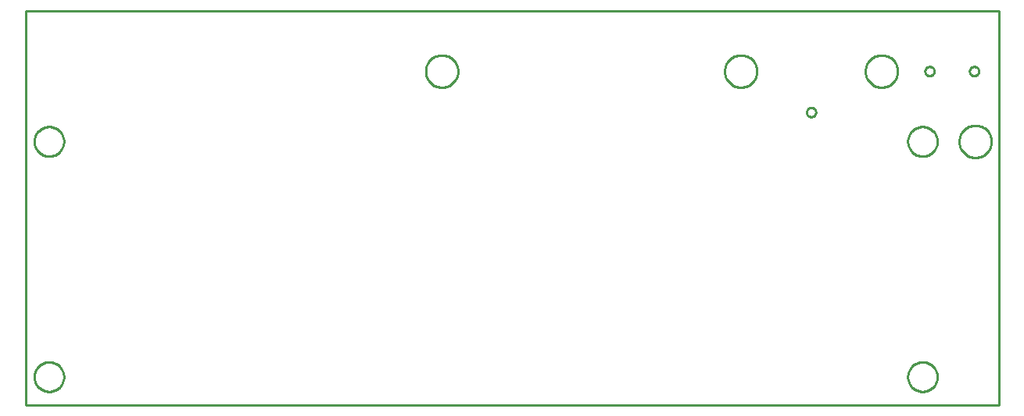
<source format=gko>
G04 EAGLE Gerber RS-274X export*
G75*
%MOMM*%
%FSLAX34Y34*%
%LPD*%
%INBoard Outline*%
%IPPOS*%
%AMOC8*
5,1,8,0,0,1.08239X$1,22.5*%
G01*
%ADD10C,0.000000*%
%ADD11C,0.254000*%


D10*
X0Y0D02*
X1054100Y0D01*
X1054100Y427230D01*
X0Y427230D01*
X0Y0D01*
X845900Y317500D02*
X845902Y317641D01*
X845908Y317782D01*
X845918Y317922D01*
X845932Y318062D01*
X845950Y318202D01*
X845971Y318341D01*
X845997Y318480D01*
X846026Y318618D01*
X846060Y318754D01*
X846097Y318890D01*
X846138Y319025D01*
X846183Y319159D01*
X846232Y319291D01*
X846284Y319422D01*
X846340Y319551D01*
X846400Y319678D01*
X846463Y319804D01*
X846529Y319928D01*
X846600Y320051D01*
X846673Y320171D01*
X846750Y320289D01*
X846830Y320405D01*
X846914Y320518D01*
X847000Y320629D01*
X847090Y320738D01*
X847183Y320844D01*
X847278Y320947D01*
X847377Y321048D01*
X847478Y321146D01*
X847582Y321241D01*
X847689Y321333D01*
X847798Y321422D01*
X847910Y321507D01*
X848024Y321590D01*
X848140Y321670D01*
X848259Y321746D01*
X848380Y321818D01*
X848502Y321888D01*
X848627Y321953D01*
X848753Y322016D01*
X848881Y322074D01*
X849011Y322129D01*
X849142Y322181D01*
X849275Y322228D01*
X849409Y322272D01*
X849544Y322313D01*
X849680Y322349D01*
X849817Y322381D01*
X849955Y322410D01*
X850093Y322435D01*
X850233Y322455D01*
X850373Y322472D01*
X850513Y322485D01*
X850654Y322494D01*
X850794Y322499D01*
X850935Y322500D01*
X851076Y322497D01*
X851217Y322490D01*
X851357Y322479D01*
X851497Y322464D01*
X851637Y322445D01*
X851776Y322423D01*
X851914Y322396D01*
X852052Y322366D01*
X852188Y322331D01*
X852324Y322293D01*
X852458Y322251D01*
X852592Y322205D01*
X852724Y322156D01*
X852854Y322102D01*
X852983Y322045D01*
X853110Y321985D01*
X853236Y321921D01*
X853359Y321853D01*
X853481Y321782D01*
X853601Y321708D01*
X853718Y321630D01*
X853833Y321549D01*
X853946Y321465D01*
X854057Y321378D01*
X854165Y321287D01*
X854270Y321194D01*
X854373Y321097D01*
X854473Y320998D01*
X854570Y320896D01*
X854664Y320791D01*
X854755Y320684D01*
X854843Y320574D01*
X854928Y320462D01*
X855010Y320347D01*
X855089Y320230D01*
X855164Y320111D01*
X855236Y319990D01*
X855304Y319867D01*
X855369Y319742D01*
X855431Y319615D01*
X855488Y319486D01*
X855543Y319356D01*
X855593Y319225D01*
X855640Y319092D01*
X855683Y318958D01*
X855722Y318822D01*
X855757Y318686D01*
X855789Y318549D01*
X855816Y318411D01*
X855840Y318272D01*
X855860Y318132D01*
X855876Y317992D01*
X855888Y317852D01*
X855896Y317711D01*
X855900Y317570D01*
X855900Y317430D01*
X855896Y317289D01*
X855888Y317148D01*
X855876Y317008D01*
X855860Y316868D01*
X855840Y316728D01*
X855816Y316589D01*
X855789Y316451D01*
X855757Y316314D01*
X855722Y316178D01*
X855683Y316042D01*
X855640Y315908D01*
X855593Y315775D01*
X855543Y315644D01*
X855488Y315514D01*
X855431Y315385D01*
X855369Y315258D01*
X855304Y315133D01*
X855236Y315010D01*
X855164Y314889D01*
X855089Y314770D01*
X855010Y314653D01*
X854928Y314538D01*
X854843Y314426D01*
X854755Y314316D01*
X854664Y314209D01*
X854570Y314104D01*
X854473Y314002D01*
X854373Y313903D01*
X854270Y313806D01*
X854165Y313713D01*
X854057Y313622D01*
X853946Y313535D01*
X853833Y313451D01*
X853718Y313370D01*
X853601Y313292D01*
X853481Y313218D01*
X853359Y313147D01*
X853236Y313079D01*
X853110Y313015D01*
X852983Y312955D01*
X852854Y312898D01*
X852724Y312844D01*
X852592Y312795D01*
X852458Y312749D01*
X852324Y312707D01*
X852188Y312669D01*
X852052Y312634D01*
X851914Y312604D01*
X851776Y312577D01*
X851637Y312555D01*
X851497Y312536D01*
X851357Y312521D01*
X851217Y312510D01*
X851076Y312503D01*
X850935Y312500D01*
X850794Y312501D01*
X850654Y312506D01*
X850513Y312515D01*
X850373Y312528D01*
X850233Y312545D01*
X850093Y312565D01*
X849955Y312590D01*
X849817Y312619D01*
X849680Y312651D01*
X849544Y312687D01*
X849409Y312728D01*
X849275Y312772D01*
X849142Y312819D01*
X849011Y312871D01*
X848881Y312926D01*
X848753Y312984D01*
X848627Y313047D01*
X848502Y313112D01*
X848380Y313182D01*
X848259Y313254D01*
X848140Y313330D01*
X848024Y313410D01*
X847910Y313493D01*
X847798Y313578D01*
X847689Y313667D01*
X847582Y313759D01*
X847478Y313854D01*
X847377Y313952D01*
X847278Y314053D01*
X847183Y314156D01*
X847090Y314262D01*
X847000Y314371D01*
X846914Y314482D01*
X846830Y314595D01*
X846750Y314711D01*
X846673Y314829D01*
X846600Y314949D01*
X846529Y315072D01*
X846463Y315196D01*
X846400Y315322D01*
X846340Y315449D01*
X846284Y315578D01*
X846232Y315709D01*
X846183Y315841D01*
X846138Y315975D01*
X846097Y316110D01*
X846060Y316246D01*
X846026Y316382D01*
X845997Y316520D01*
X845971Y316659D01*
X845950Y316798D01*
X845932Y316938D01*
X845918Y317078D01*
X845908Y317218D01*
X845902Y317359D01*
X845900Y317500D01*
X757200Y361950D02*
X757205Y362379D01*
X757221Y362809D01*
X757247Y363237D01*
X757284Y363665D01*
X757332Y364092D01*
X757389Y364518D01*
X757458Y364942D01*
X757536Y365364D01*
X757625Y365784D01*
X757724Y366202D01*
X757834Y366617D01*
X757954Y367030D01*
X758083Y367439D01*
X758223Y367846D01*
X758373Y368248D01*
X758532Y368647D01*
X758701Y369042D01*
X758880Y369432D01*
X759069Y369818D01*
X759266Y370199D01*
X759473Y370576D01*
X759690Y370947D01*
X759915Y371312D01*
X760149Y371672D01*
X760392Y372027D01*
X760644Y372375D01*
X760904Y372717D01*
X761172Y373052D01*
X761449Y373381D01*
X761733Y373702D01*
X762026Y374017D01*
X762326Y374324D01*
X762633Y374624D01*
X762948Y374917D01*
X763269Y375201D01*
X763598Y375478D01*
X763933Y375746D01*
X764275Y376006D01*
X764623Y376258D01*
X764978Y376501D01*
X765338Y376735D01*
X765703Y376960D01*
X766074Y377177D01*
X766451Y377384D01*
X766832Y377581D01*
X767218Y377770D01*
X767608Y377949D01*
X768003Y378118D01*
X768402Y378277D01*
X768804Y378427D01*
X769211Y378567D01*
X769620Y378696D01*
X770033Y378816D01*
X770448Y378926D01*
X770866Y379025D01*
X771286Y379114D01*
X771708Y379192D01*
X772132Y379261D01*
X772558Y379318D01*
X772985Y379366D01*
X773413Y379403D01*
X773841Y379429D01*
X774271Y379445D01*
X774700Y379450D01*
X775129Y379445D01*
X775559Y379429D01*
X775987Y379403D01*
X776415Y379366D01*
X776842Y379318D01*
X777268Y379261D01*
X777692Y379192D01*
X778114Y379114D01*
X778534Y379025D01*
X778952Y378926D01*
X779367Y378816D01*
X779780Y378696D01*
X780189Y378567D01*
X780596Y378427D01*
X780998Y378277D01*
X781397Y378118D01*
X781792Y377949D01*
X782182Y377770D01*
X782568Y377581D01*
X782949Y377384D01*
X783326Y377177D01*
X783697Y376960D01*
X784062Y376735D01*
X784422Y376501D01*
X784777Y376258D01*
X785125Y376006D01*
X785467Y375746D01*
X785802Y375478D01*
X786131Y375201D01*
X786452Y374917D01*
X786767Y374624D01*
X787074Y374324D01*
X787374Y374017D01*
X787667Y373702D01*
X787951Y373381D01*
X788228Y373052D01*
X788496Y372717D01*
X788756Y372375D01*
X789008Y372027D01*
X789251Y371672D01*
X789485Y371312D01*
X789710Y370947D01*
X789927Y370576D01*
X790134Y370199D01*
X790331Y369818D01*
X790520Y369432D01*
X790699Y369042D01*
X790868Y368647D01*
X791027Y368248D01*
X791177Y367846D01*
X791317Y367439D01*
X791446Y367030D01*
X791566Y366617D01*
X791676Y366202D01*
X791775Y365784D01*
X791864Y365364D01*
X791942Y364942D01*
X792011Y364518D01*
X792068Y364092D01*
X792116Y363665D01*
X792153Y363237D01*
X792179Y362809D01*
X792195Y362379D01*
X792200Y361950D01*
X792195Y361521D01*
X792179Y361091D01*
X792153Y360663D01*
X792116Y360235D01*
X792068Y359808D01*
X792011Y359382D01*
X791942Y358958D01*
X791864Y358536D01*
X791775Y358116D01*
X791676Y357698D01*
X791566Y357283D01*
X791446Y356870D01*
X791317Y356461D01*
X791177Y356054D01*
X791027Y355652D01*
X790868Y355253D01*
X790699Y354858D01*
X790520Y354468D01*
X790331Y354082D01*
X790134Y353701D01*
X789927Y353324D01*
X789710Y352953D01*
X789485Y352588D01*
X789251Y352228D01*
X789008Y351873D01*
X788756Y351525D01*
X788496Y351183D01*
X788228Y350848D01*
X787951Y350519D01*
X787667Y350198D01*
X787374Y349883D01*
X787074Y349576D01*
X786767Y349276D01*
X786452Y348983D01*
X786131Y348699D01*
X785802Y348422D01*
X785467Y348154D01*
X785125Y347894D01*
X784777Y347642D01*
X784422Y347399D01*
X784062Y347165D01*
X783697Y346940D01*
X783326Y346723D01*
X782949Y346516D01*
X782568Y346319D01*
X782182Y346130D01*
X781792Y345951D01*
X781397Y345782D01*
X780998Y345623D01*
X780596Y345473D01*
X780189Y345333D01*
X779780Y345204D01*
X779367Y345084D01*
X778952Y344974D01*
X778534Y344875D01*
X778114Y344786D01*
X777692Y344708D01*
X777268Y344639D01*
X776842Y344582D01*
X776415Y344534D01*
X775987Y344497D01*
X775559Y344471D01*
X775129Y344455D01*
X774700Y344450D01*
X774271Y344455D01*
X773841Y344471D01*
X773413Y344497D01*
X772985Y344534D01*
X772558Y344582D01*
X772132Y344639D01*
X771708Y344708D01*
X771286Y344786D01*
X770866Y344875D01*
X770448Y344974D01*
X770033Y345084D01*
X769620Y345204D01*
X769211Y345333D01*
X768804Y345473D01*
X768402Y345623D01*
X768003Y345782D01*
X767608Y345951D01*
X767218Y346130D01*
X766832Y346319D01*
X766451Y346516D01*
X766074Y346723D01*
X765703Y346940D01*
X765338Y347165D01*
X764978Y347399D01*
X764623Y347642D01*
X764275Y347894D01*
X763933Y348154D01*
X763598Y348422D01*
X763269Y348699D01*
X762948Y348983D01*
X762633Y349276D01*
X762326Y349576D01*
X762026Y349883D01*
X761733Y350198D01*
X761449Y350519D01*
X761172Y350848D01*
X760904Y351183D01*
X760644Y351525D01*
X760392Y351873D01*
X760149Y352228D01*
X759915Y352588D01*
X759690Y352953D01*
X759473Y353324D01*
X759266Y353701D01*
X759069Y354082D01*
X758880Y354468D01*
X758701Y354858D01*
X758532Y355253D01*
X758373Y355652D01*
X758223Y356054D01*
X758083Y356461D01*
X757954Y356870D01*
X757834Y357283D01*
X757724Y357698D01*
X757625Y358116D01*
X757536Y358536D01*
X757458Y358958D01*
X757389Y359382D01*
X757332Y359808D01*
X757284Y360235D01*
X757247Y360663D01*
X757221Y361091D01*
X757205Y361521D01*
X757200Y361950D01*
X909600Y361950D02*
X909605Y362379D01*
X909621Y362809D01*
X909647Y363237D01*
X909684Y363665D01*
X909732Y364092D01*
X909789Y364518D01*
X909858Y364942D01*
X909936Y365364D01*
X910025Y365784D01*
X910124Y366202D01*
X910234Y366617D01*
X910354Y367030D01*
X910483Y367439D01*
X910623Y367846D01*
X910773Y368248D01*
X910932Y368647D01*
X911101Y369042D01*
X911280Y369432D01*
X911469Y369818D01*
X911666Y370199D01*
X911873Y370576D01*
X912090Y370947D01*
X912315Y371312D01*
X912549Y371672D01*
X912792Y372027D01*
X913044Y372375D01*
X913304Y372717D01*
X913572Y373052D01*
X913849Y373381D01*
X914133Y373702D01*
X914426Y374017D01*
X914726Y374324D01*
X915033Y374624D01*
X915348Y374917D01*
X915669Y375201D01*
X915998Y375478D01*
X916333Y375746D01*
X916675Y376006D01*
X917023Y376258D01*
X917378Y376501D01*
X917738Y376735D01*
X918103Y376960D01*
X918474Y377177D01*
X918851Y377384D01*
X919232Y377581D01*
X919618Y377770D01*
X920008Y377949D01*
X920403Y378118D01*
X920802Y378277D01*
X921204Y378427D01*
X921611Y378567D01*
X922020Y378696D01*
X922433Y378816D01*
X922848Y378926D01*
X923266Y379025D01*
X923686Y379114D01*
X924108Y379192D01*
X924532Y379261D01*
X924958Y379318D01*
X925385Y379366D01*
X925813Y379403D01*
X926241Y379429D01*
X926671Y379445D01*
X927100Y379450D01*
X927529Y379445D01*
X927959Y379429D01*
X928387Y379403D01*
X928815Y379366D01*
X929242Y379318D01*
X929668Y379261D01*
X930092Y379192D01*
X930514Y379114D01*
X930934Y379025D01*
X931352Y378926D01*
X931767Y378816D01*
X932180Y378696D01*
X932589Y378567D01*
X932996Y378427D01*
X933398Y378277D01*
X933797Y378118D01*
X934192Y377949D01*
X934582Y377770D01*
X934968Y377581D01*
X935349Y377384D01*
X935726Y377177D01*
X936097Y376960D01*
X936462Y376735D01*
X936822Y376501D01*
X937177Y376258D01*
X937525Y376006D01*
X937867Y375746D01*
X938202Y375478D01*
X938531Y375201D01*
X938852Y374917D01*
X939167Y374624D01*
X939474Y374324D01*
X939774Y374017D01*
X940067Y373702D01*
X940351Y373381D01*
X940628Y373052D01*
X940896Y372717D01*
X941156Y372375D01*
X941408Y372027D01*
X941651Y371672D01*
X941885Y371312D01*
X942110Y370947D01*
X942327Y370576D01*
X942534Y370199D01*
X942731Y369818D01*
X942920Y369432D01*
X943099Y369042D01*
X943268Y368647D01*
X943427Y368248D01*
X943577Y367846D01*
X943717Y367439D01*
X943846Y367030D01*
X943966Y366617D01*
X944076Y366202D01*
X944175Y365784D01*
X944264Y365364D01*
X944342Y364942D01*
X944411Y364518D01*
X944468Y364092D01*
X944516Y363665D01*
X944553Y363237D01*
X944579Y362809D01*
X944595Y362379D01*
X944600Y361950D01*
X944595Y361521D01*
X944579Y361091D01*
X944553Y360663D01*
X944516Y360235D01*
X944468Y359808D01*
X944411Y359382D01*
X944342Y358958D01*
X944264Y358536D01*
X944175Y358116D01*
X944076Y357698D01*
X943966Y357283D01*
X943846Y356870D01*
X943717Y356461D01*
X943577Y356054D01*
X943427Y355652D01*
X943268Y355253D01*
X943099Y354858D01*
X942920Y354468D01*
X942731Y354082D01*
X942534Y353701D01*
X942327Y353324D01*
X942110Y352953D01*
X941885Y352588D01*
X941651Y352228D01*
X941408Y351873D01*
X941156Y351525D01*
X940896Y351183D01*
X940628Y350848D01*
X940351Y350519D01*
X940067Y350198D01*
X939774Y349883D01*
X939474Y349576D01*
X939167Y349276D01*
X938852Y348983D01*
X938531Y348699D01*
X938202Y348422D01*
X937867Y348154D01*
X937525Y347894D01*
X937177Y347642D01*
X936822Y347399D01*
X936462Y347165D01*
X936097Y346940D01*
X935726Y346723D01*
X935349Y346516D01*
X934968Y346319D01*
X934582Y346130D01*
X934192Y345951D01*
X933797Y345782D01*
X933398Y345623D01*
X932996Y345473D01*
X932589Y345333D01*
X932180Y345204D01*
X931767Y345084D01*
X931352Y344974D01*
X930934Y344875D01*
X930514Y344786D01*
X930092Y344708D01*
X929668Y344639D01*
X929242Y344582D01*
X928815Y344534D01*
X928387Y344497D01*
X927959Y344471D01*
X927529Y344455D01*
X927100Y344450D01*
X926671Y344455D01*
X926241Y344471D01*
X925813Y344497D01*
X925385Y344534D01*
X924958Y344582D01*
X924532Y344639D01*
X924108Y344708D01*
X923686Y344786D01*
X923266Y344875D01*
X922848Y344974D01*
X922433Y345084D01*
X922020Y345204D01*
X921611Y345333D01*
X921204Y345473D01*
X920802Y345623D01*
X920403Y345782D01*
X920008Y345951D01*
X919618Y346130D01*
X919232Y346319D01*
X918851Y346516D01*
X918474Y346723D01*
X918103Y346940D01*
X917738Y347165D01*
X917378Y347399D01*
X917023Y347642D01*
X916675Y347894D01*
X916333Y348154D01*
X915998Y348422D01*
X915669Y348699D01*
X915348Y348983D01*
X915033Y349276D01*
X914726Y349576D01*
X914426Y349883D01*
X914133Y350198D01*
X913849Y350519D01*
X913572Y350848D01*
X913304Y351183D01*
X913044Y351525D01*
X912792Y351873D01*
X912549Y352228D01*
X912315Y352588D01*
X912090Y352953D01*
X911873Y353324D01*
X911666Y353701D01*
X911469Y354082D01*
X911280Y354468D01*
X911101Y354858D01*
X910932Y355253D01*
X910773Y355652D01*
X910623Y356054D01*
X910483Y356461D01*
X910354Y356870D01*
X910234Y357283D01*
X910124Y357698D01*
X910025Y358116D01*
X909936Y358536D01*
X909858Y358958D01*
X909789Y359382D01*
X909732Y359808D01*
X909684Y360235D01*
X909647Y360663D01*
X909621Y361091D01*
X909605Y361521D01*
X909600Y361950D01*
X1011200Y285750D02*
X1011205Y286179D01*
X1011221Y286609D01*
X1011247Y287037D01*
X1011284Y287465D01*
X1011332Y287892D01*
X1011389Y288318D01*
X1011458Y288742D01*
X1011536Y289164D01*
X1011625Y289584D01*
X1011724Y290002D01*
X1011834Y290417D01*
X1011954Y290830D01*
X1012083Y291239D01*
X1012223Y291646D01*
X1012373Y292048D01*
X1012532Y292447D01*
X1012701Y292842D01*
X1012880Y293232D01*
X1013069Y293618D01*
X1013266Y293999D01*
X1013473Y294376D01*
X1013690Y294747D01*
X1013915Y295112D01*
X1014149Y295472D01*
X1014392Y295827D01*
X1014644Y296175D01*
X1014904Y296517D01*
X1015172Y296852D01*
X1015449Y297181D01*
X1015733Y297502D01*
X1016026Y297817D01*
X1016326Y298124D01*
X1016633Y298424D01*
X1016948Y298717D01*
X1017269Y299001D01*
X1017598Y299278D01*
X1017933Y299546D01*
X1018275Y299806D01*
X1018623Y300058D01*
X1018978Y300301D01*
X1019338Y300535D01*
X1019703Y300760D01*
X1020074Y300977D01*
X1020451Y301184D01*
X1020832Y301381D01*
X1021218Y301570D01*
X1021608Y301749D01*
X1022003Y301918D01*
X1022402Y302077D01*
X1022804Y302227D01*
X1023211Y302367D01*
X1023620Y302496D01*
X1024033Y302616D01*
X1024448Y302726D01*
X1024866Y302825D01*
X1025286Y302914D01*
X1025708Y302992D01*
X1026132Y303061D01*
X1026558Y303118D01*
X1026985Y303166D01*
X1027413Y303203D01*
X1027841Y303229D01*
X1028271Y303245D01*
X1028700Y303250D01*
X1029129Y303245D01*
X1029559Y303229D01*
X1029987Y303203D01*
X1030415Y303166D01*
X1030842Y303118D01*
X1031268Y303061D01*
X1031692Y302992D01*
X1032114Y302914D01*
X1032534Y302825D01*
X1032952Y302726D01*
X1033367Y302616D01*
X1033780Y302496D01*
X1034189Y302367D01*
X1034596Y302227D01*
X1034998Y302077D01*
X1035397Y301918D01*
X1035792Y301749D01*
X1036182Y301570D01*
X1036568Y301381D01*
X1036949Y301184D01*
X1037326Y300977D01*
X1037697Y300760D01*
X1038062Y300535D01*
X1038422Y300301D01*
X1038777Y300058D01*
X1039125Y299806D01*
X1039467Y299546D01*
X1039802Y299278D01*
X1040131Y299001D01*
X1040452Y298717D01*
X1040767Y298424D01*
X1041074Y298124D01*
X1041374Y297817D01*
X1041667Y297502D01*
X1041951Y297181D01*
X1042228Y296852D01*
X1042496Y296517D01*
X1042756Y296175D01*
X1043008Y295827D01*
X1043251Y295472D01*
X1043485Y295112D01*
X1043710Y294747D01*
X1043927Y294376D01*
X1044134Y293999D01*
X1044331Y293618D01*
X1044520Y293232D01*
X1044699Y292842D01*
X1044868Y292447D01*
X1045027Y292048D01*
X1045177Y291646D01*
X1045317Y291239D01*
X1045446Y290830D01*
X1045566Y290417D01*
X1045676Y290002D01*
X1045775Y289584D01*
X1045864Y289164D01*
X1045942Y288742D01*
X1046011Y288318D01*
X1046068Y287892D01*
X1046116Y287465D01*
X1046153Y287037D01*
X1046179Y286609D01*
X1046195Y286179D01*
X1046200Y285750D01*
X1046195Y285321D01*
X1046179Y284891D01*
X1046153Y284463D01*
X1046116Y284035D01*
X1046068Y283608D01*
X1046011Y283182D01*
X1045942Y282758D01*
X1045864Y282336D01*
X1045775Y281916D01*
X1045676Y281498D01*
X1045566Y281083D01*
X1045446Y280670D01*
X1045317Y280261D01*
X1045177Y279854D01*
X1045027Y279452D01*
X1044868Y279053D01*
X1044699Y278658D01*
X1044520Y278268D01*
X1044331Y277882D01*
X1044134Y277501D01*
X1043927Y277124D01*
X1043710Y276753D01*
X1043485Y276388D01*
X1043251Y276028D01*
X1043008Y275673D01*
X1042756Y275325D01*
X1042496Y274983D01*
X1042228Y274648D01*
X1041951Y274319D01*
X1041667Y273998D01*
X1041374Y273683D01*
X1041074Y273376D01*
X1040767Y273076D01*
X1040452Y272783D01*
X1040131Y272499D01*
X1039802Y272222D01*
X1039467Y271954D01*
X1039125Y271694D01*
X1038777Y271442D01*
X1038422Y271199D01*
X1038062Y270965D01*
X1037697Y270740D01*
X1037326Y270523D01*
X1036949Y270316D01*
X1036568Y270119D01*
X1036182Y269930D01*
X1035792Y269751D01*
X1035397Y269582D01*
X1034998Y269423D01*
X1034596Y269273D01*
X1034189Y269133D01*
X1033780Y269004D01*
X1033367Y268884D01*
X1032952Y268774D01*
X1032534Y268675D01*
X1032114Y268586D01*
X1031692Y268508D01*
X1031268Y268439D01*
X1030842Y268382D01*
X1030415Y268334D01*
X1029987Y268297D01*
X1029559Y268271D01*
X1029129Y268255D01*
X1028700Y268250D01*
X1028271Y268255D01*
X1027841Y268271D01*
X1027413Y268297D01*
X1026985Y268334D01*
X1026558Y268382D01*
X1026132Y268439D01*
X1025708Y268508D01*
X1025286Y268586D01*
X1024866Y268675D01*
X1024448Y268774D01*
X1024033Y268884D01*
X1023620Y269004D01*
X1023211Y269133D01*
X1022804Y269273D01*
X1022402Y269423D01*
X1022003Y269582D01*
X1021608Y269751D01*
X1021218Y269930D01*
X1020832Y270119D01*
X1020451Y270316D01*
X1020074Y270523D01*
X1019703Y270740D01*
X1019338Y270965D01*
X1018978Y271199D01*
X1018623Y271442D01*
X1018275Y271694D01*
X1017933Y271954D01*
X1017598Y272222D01*
X1017269Y272499D01*
X1016948Y272783D01*
X1016633Y273076D01*
X1016326Y273376D01*
X1016026Y273683D01*
X1015733Y273998D01*
X1015449Y274319D01*
X1015172Y274648D01*
X1014904Y274983D01*
X1014644Y275325D01*
X1014392Y275673D01*
X1014149Y276028D01*
X1013915Y276388D01*
X1013690Y276753D01*
X1013473Y277124D01*
X1013266Y277501D01*
X1013069Y277882D01*
X1012880Y278268D01*
X1012701Y278658D01*
X1012532Y279053D01*
X1012373Y279452D01*
X1012223Y279854D01*
X1012083Y280261D01*
X1011954Y280670D01*
X1011834Y281083D01*
X1011724Y281498D01*
X1011625Y281916D01*
X1011536Y282336D01*
X1011458Y282758D01*
X1011389Y283182D01*
X1011332Y283608D01*
X1011284Y284035D01*
X1011247Y284463D01*
X1011221Y284891D01*
X1011205Y285321D01*
X1011200Y285750D01*
X433350Y361950D02*
X433355Y362379D01*
X433371Y362809D01*
X433397Y363237D01*
X433434Y363665D01*
X433482Y364092D01*
X433539Y364518D01*
X433608Y364942D01*
X433686Y365364D01*
X433775Y365784D01*
X433874Y366202D01*
X433984Y366617D01*
X434104Y367030D01*
X434233Y367439D01*
X434373Y367846D01*
X434523Y368248D01*
X434682Y368647D01*
X434851Y369042D01*
X435030Y369432D01*
X435219Y369818D01*
X435416Y370199D01*
X435623Y370576D01*
X435840Y370947D01*
X436065Y371312D01*
X436299Y371672D01*
X436542Y372027D01*
X436794Y372375D01*
X437054Y372717D01*
X437322Y373052D01*
X437599Y373381D01*
X437883Y373702D01*
X438176Y374017D01*
X438476Y374324D01*
X438783Y374624D01*
X439098Y374917D01*
X439419Y375201D01*
X439748Y375478D01*
X440083Y375746D01*
X440425Y376006D01*
X440773Y376258D01*
X441128Y376501D01*
X441488Y376735D01*
X441853Y376960D01*
X442224Y377177D01*
X442601Y377384D01*
X442982Y377581D01*
X443368Y377770D01*
X443758Y377949D01*
X444153Y378118D01*
X444552Y378277D01*
X444954Y378427D01*
X445361Y378567D01*
X445770Y378696D01*
X446183Y378816D01*
X446598Y378926D01*
X447016Y379025D01*
X447436Y379114D01*
X447858Y379192D01*
X448282Y379261D01*
X448708Y379318D01*
X449135Y379366D01*
X449563Y379403D01*
X449991Y379429D01*
X450421Y379445D01*
X450850Y379450D01*
X451279Y379445D01*
X451709Y379429D01*
X452137Y379403D01*
X452565Y379366D01*
X452992Y379318D01*
X453418Y379261D01*
X453842Y379192D01*
X454264Y379114D01*
X454684Y379025D01*
X455102Y378926D01*
X455517Y378816D01*
X455930Y378696D01*
X456339Y378567D01*
X456746Y378427D01*
X457148Y378277D01*
X457547Y378118D01*
X457942Y377949D01*
X458332Y377770D01*
X458718Y377581D01*
X459099Y377384D01*
X459476Y377177D01*
X459847Y376960D01*
X460212Y376735D01*
X460572Y376501D01*
X460927Y376258D01*
X461275Y376006D01*
X461617Y375746D01*
X461952Y375478D01*
X462281Y375201D01*
X462602Y374917D01*
X462917Y374624D01*
X463224Y374324D01*
X463524Y374017D01*
X463817Y373702D01*
X464101Y373381D01*
X464378Y373052D01*
X464646Y372717D01*
X464906Y372375D01*
X465158Y372027D01*
X465401Y371672D01*
X465635Y371312D01*
X465860Y370947D01*
X466077Y370576D01*
X466284Y370199D01*
X466481Y369818D01*
X466670Y369432D01*
X466849Y369042D01*
X467018Y368647D01*
X467177Y368248D01*
X467327Y367846D01*
X467467Y367439D01*
X467596Y367030D01*
X467716Y366617D01*
X467826Y366202D01*
X467925Y365784D01*
X468014Y365364D01*
X468092Y364942D01*
X468161Y364518D01*
X468218Y364092D01*
X468266Y363665D01*
X468303Y363237D01*
X468329Y362809D01*
X468345Y362379D01*
X468350Y361950D01*
X468345Y361521D01*
X468329Y361091D01*
X468303Y360663D01*
X468266Y360235D01*
X468218Y359808D01*
X468161Y359382D01*
X468092Y358958D01*
X468014Y358536D01*
X467925Y358116D01*
X467826Y357698D01*
X467716Y357283D01*
X467596Y356870D01*
X467467Y356461D01*
X467327Y356054D01*
X467177Y355652D01*
X467018Y355253D01*
X466849Y354858D01*
X466670Y354468D01*
X466481Y354082D01*
X466284Y353701D01*
X466077Y353324D01*
X465860Y352953D01*
X465635Y352588D01*
X465401Y352228D01*
X465158Y351873D01*
X464906Y351525D01*
X464646Y351183D01*
X464378Y350848D01*
X464101Y350519D01*
X463817Y350198D01*
X463524Y349883D01*
X463224Y349576D01*
X462917Y349276D01*
X462602Y348983D01*
X462281Y348699D01*
X461952Y348422D01*
X461617Y348154D01*
X461275Y347894D01*
X460927Y347642D01*
X460572Y347399D01*
X460212Y347165D01*
X459847Y346940D01*
X459476Y346723D01*
X459099Y346516D01*
X458718Y346319D01*
X458332Y346130D01*
X457942Y345951D01*
X457547Y345782D01*
X457148Y345623D01*
X456746Y345473D01*
X456339Y345333D01*
X455930Y345204D01*
X455517Y345084D01*
X455102Y344974D01*
X454684Y344875D01*
X454264Y344786D01*
X453842Y344708D01*
X453418Y344639D01*
X452992Y344582D01*
X452565Y344534D01*
X452137Y344497D01*
X451709Y344471D01*
X451279Y344455D01*
X450850Y344450D01*
X450421Y344455D01*
X449991Y344471D01*
X449563Y344497D01*
X449135Y344534D01*
X448708Y344582D01*
X448282Y344639D01*
X447858Y344708D01*
X447436Y344786D01*
X447016Y344875D01*
X446598Y344974D01*
X446183Y345084D01*
X445770Y345204D01*
X445361Y345333D01*
X444954Y345473D01*
X444552Y345623D01*
X444153Y345782D01*
X443758Y345951D01*
X443368Y346130D01*
X442982Y346319D01*
X442601Y346516D01*
X442224Y346723D01*
X441853Y346940D01*
X441488Y347165D01*
X441128Y347399D01*
X440773Y347642D01*
X440425Y347894D01*
X440083Y348154D01*
X439748Y348422D01*
X439419Y348699D01*
X439098Y348983D01*
X438783Y349276D01*
X438476Y349576D01*
X438176Y349883D01*
X437883Y350198D01*
X437599Y350519D01*
X437322Y350848D01*
X437054Y351183D01*
X436794Y351525D01*
X436542Y351873D01*
X436299Y352228D01*
X436065Y352588D01*
X435840Y352953D01*
X435623Y353324D01*
X435416Y353701D01*
X435219Y354082D01*
X435030Y354468D01*
X434851Y354858D01*
X434682Y355253D01*
X434523Y355652D01*
X434373Y356054D01*
X434233Y356461D01*
X434104Y356870D01*
X433984Y357283D01*
X433874Y357698D01*
X433775Y358116D01*
X433686Y358536D01*
X433608Y358958D01*
X433539Y359382D01*
X433482Y359808D01*
X433434Y360235D01*
X433397Y360663D01*
X433371Y361091D01*
X433355Y361521D01*
X433350Y361950D01*
X974170Y361950D02*
X974172Y362091D01*
X974178Y362232D01*
X974188Y362372D01*
X974202Y362512D01*
X974220Y362652D01*
X974241Y362791D01*
X974267Y362930D01*
X974296Y363068D01*
X974330Y363204D01*
X974367Y363340D01*
X974408Y363475D01*
X974453Y363609D01*
X974502Y363741D01*
X974554Y363872D01*
X974610Y364001D01*
X974670Y364128D01*
X974733Y364254D01*
X974799Y364378D01*
X974870Y364501D01*
X974943Y364621D01*
X975020Y364739D01*
X975100Y364855D01*
X975184Y364968D01*
X975270Y365079D01*
X975360Y365188D01*
X975453Y365294D01*
X975548Y365397D01*
X975647Y365498D01*
X975748Y365596D01*
X975852Y365691D01*
X975959Y365783D01*
X976068Y365872D01*
X976180Y365957D01*
X976294Y366040D01*
X976410Y366120D01*
X976529Y366196D01*
X976650Y366268D01*
X976772Y366338D01*
X976897Y366403D01*
X977023Y366466D01*
X977151Y366524D01*
X977281Y366579D01*
X977412Y366631D01*
X977545Y366678D01*
X977679Y366722D01*
X977814Y366763D01*
X977950Y366799D01*
X978087Y366831D01*
X978225Y366860D01*
X978363Y366885D01*
X978503Y366905D01*
X978643Y366922D01*
X978783Y366935D01*
X978924Y366944D01*
X979064Y366949D01*
X979205Y366950D01*
X979346Y366947D01*
X979487Y366940D01*
X979627Y366929D01*
X979767Y366914D01*
X979907Y366895D01*
X980046Y366873D01*
X980184Y366846D01*
X980322Y366816D01*
X980458Y366781D01*
X980594Y366743D01*
X980728Y366701D01*
X980862Y366655D01*
X980994Y366606D01*
X981124Y366552D01*
X981253Y366495D01*
X981380Y366435D01*
X981506Y366371D01*
X981629Y366303D01*
X981751Y366232D01*
X981871Y366158D01*
X981988Y366080D01*
X982103Y365999D01*
X982216Y365915D01*
X982327Y365828D01*
X982435Y365737D01*
X982540Y365644D01*
X982643Y365547D01*
X982743Y365448D01*
X982840Y365346D01*
X982934Y365241D01*
X983025Y365134D01*
X983113Y365024D01*
X983198Y364912D01*
X983280Y364797D01*
X983359Y364680D01*
X983434Y364561D01*
X983506Y364440D01*
X983574Y364317D01*
X983639Y364192D01*
X983701Y364065D01*
X983758Y363936D01*
X983813Y363806D01*
X983863Y363675D01*
X983910Y363542D01*
X983953Y363408D01*
X983992Y363272D01*
X984027Y363136D01*
X984059Y362999D01*
X984086Y362861D01*
X984110Y362722D01*
X984130Y362582D01*
X984146Y362442D01*
X984158Y362302D01*
X984166Y362161D01*
X984170Y362020D01*
X984170Y361880D01*
X984166Y361739D01*
X984158Y361598D01*
X984146Y361458D01*
X984130Y361318D01*
X984110Y361178D01*
X984086Y361039D01*
X984059Y360901D01*
X984027Y360764D01*
X983992Y360628D01*
X983953Y360492D01*
X983910Y360358D01*
X983863Y360225D01*
X983813Y360094D01*
X983758Y359964D01*
X983701Y359835D01*
X983639Y359708D01*
X983574Y359583D01*
X983506Y359460D01*
X983434Y359339D01*
X983359Y359220D01*
X983280Y359103D01*
X983198Y358988D01*
X983113Y358876D01*
X983025Y358766D01*
X982934Y358659D01*
X982840Y358554D01*
X982743Y358452D01*
X982643Y358353D01*
X982540Y358256D01*
X982435Y358163D01*
X982327Y358072D01*
X982216Y357985D01*
X982103Y357901D01*
X981988Y357820D01*
X981871Y357742D01*
X981751Y357668D01*
X981629Y357597D01*
X981506Y357529D01*
X981380Y357465D01*
X981253Y357405D01*
X981124Y357348D01*
X980994Y357294D01*
X980862Y357245D01*
X980728Y357199D01*
X980594Y357157D01*
X980458Y357119D01*
X980322Y357084D01*
X980184Y357054D01*
X980046Y357027D01*
X979907Y357005D01*
X979767Y356986D01*
X979627Y356971D01*
X979487Y356960D01*
X979346Y356953D01*
X979205Y356950D01*
X979064Y356951D01*
X978924Y356956D01*
X978783Y356965D01*
X978643Y356978D01*
X978503Y356995D01*
X978363Y357015D01*
X978225Y357040D01*
X978087Y357069D01*
X977950Y357101D01*
X977814Y357137D01*
X977679Y357178D01*
X977545Y357222D01*
X977412Y357269D01*
X977281Y357321D01*
X977151Y357376D01*
X977023Y357434D01*
X976897Y357497D01*
X976772Y357562D01*
X976650Y357632D01*
X976529Y357704D01*
X976410Y357780D01*
X976294Y357860D01*
X976180Y357943D01*
X976068Y358028D01*
X975959Y358117D01*
X975852Y358209D01*
X975748Y358304D01*
X975647Y358402D01*
X975548Y358503D01*
X975453Y358606D01*
X975360Y358712D01*
X975270Y358821D01*
X975184Y358932D01*
X975100Y359045D01*
X975020Y359161D01*
X974943Y359279D01*
X974870Y359399D01*
X974799Y359522D01*
X974733Y359646D01*
X974670Y359772D01*
X974610Y359899D01*
X974554Y360028D01*
X974502Y360159D01*
X974453Y360291D01*
X974408Y360425D01*
X974367Y360560D01*
X974330Y360696D01*
X974296Y360832D01*
X974267Y360970D01*
X974241Y361109D01*
X974220Y361248D01*
X974202Y361388D01*
X974188Y361528D01*
X974178Y361668D01*
X974172Y361809D01*
X974170Y361950D01*
X1022430Y361950D02*
X1022432Y362091D01*
X1022438Y362232D01*
X1022448Y362372D01*
X1022462Y362512D01*
X1022480Y362652D01*
X1022501Y362791D01*
X1022527Y362930D01*
X1022556Y363068D01*
X1022590Y363204D01*
X1022627Y363340D01*
X1022668Y363475D01*
X1022713Y363609D01*
X1022762Y363741D01*
X1022814Y363872D01*
X1022870Y364001D01*
X1022930Y364128D01*
X1022993Y364254D01*
X1023059Y364378D01*
X1023130Y364501D01*
X1023203Y364621D01*
X1023280Y364739D01*
X1023360Y364855D01*
X1023444Y364968D01*
X1023530Y365079D01*
X1023620Y365188D01*
X1023713Y365294D01*
X1023808Y365397D01*
X1023907Y365498D01*
X1024008Y365596D01*
X1024112Y365691D01*
X1024219Y365783D01*
X1024328Y365872D01*
X1024440Y365957D01*
X1024554Y366040D01*
X1024670Y366120D01*
X1024789Y366196D01*
X1024910Y366268D01*
X1025032Y366338D01*
X1025157Y366403D01*
X1025283Y366466D01*
X1025411Y366524D01*
X1025541Y366579D01*
X1025672Y366631D01*
X1025805Y366678D01*
X1025939Y366722D01*
X1026074Y366763D01*
X1026210Y366799D01*
X1026347Y366831D01*
X1026485Y366860D01*
X1026623Y366885D01*
X1026763Y366905D01*
X1026903Y366922D01*
X1027043Y366935D01*
X1027184Y366944D01*
X1027324Y366949D01*
X1027465Y366950D01*
X1027606Y366947D01*
X1027747Y366940D01*
X1027887Y366929D01*
X1028027Y366914D01*
X1028167Y366895D01*
X1028306Y366873D01*
X1028444Y366846D01*
X1028582Y366816D01*
X1028718Y366781D01*
X1028854Y366743D01*
X1028988Y366701D01*
X1029122Y366655D01*
X1029254Y366606D01*
X1029384Y366552D01*
X1029513Y366495D01*
X1029640Y366435D01*
X1029766Y366371D01*
X1029889Y366303D01*
X1030011Y366232D01*
X1030131Y366158D01*
X1030248Y366080D01*
X1030363Y365999D01*
X1030476Y365915D01*
X1030587Y365828D01*
X1030695Y365737D01*
X1030800Y365644D01*
X1030903Y365547D01*
X1031003Y365448D01*
X1031100Y365346D01*
X1031194Y365241D01*
X1031285Y365134D01*
X1031373Y365024D01*
X1031458Y364912D01*
X1031540Y364797D01*
X1031619Y364680D01*
X1031694Y364561D01*
X1031766Y364440D01*
X1031834Y364317D01*
X1031899Y364192D01*
X1031961Y364065D01*
X1032018Y363936D01*
X1032073Y363806D01*
X1032123Y363675D01*
X1032170Y363542D01*
X1032213Y363408D01*
X1032252Y363272D01*
X1032287Y363136D01*
X1032319Y362999D01*
X1032346Y362861D01*
X1032370Y362722D01*
X1032390Y362582D01*
X1032406Y362442D01*
X1032418Y362302D01*
X1032426Y362161D01*
X1032430Y362020D01*
X1032430Y361880D01*
X1032426Y361739D01*
X1032418Y361598D01*
X1032406Y361458D01*
X1032390Y361318D01*
X1032370Y361178D01*
X1032346Y361039D01*
X1032319Y360901D01*
X1032287Y360764D01*
X1032252Y360628D01*
X1032213Y360492D01*
X1032170Y360358D01*
X1032123Y360225D01*
X1032073Y360094D01*
X1032018Y359964D01*
X1031961Y359835D01*
X1031899Y359708D01*
X1031834Y359583D01*
X1031766Y359460D01*
X1031694Y359339D01*
X1031619Y359220D01*
X1031540Y359103D01*
X1031458Y358988D01*
X1031373Y358876D01*
X1031285Y358766D01*
X1031194Y358659D01*
X1031100Y358554D01*
X1031003Y358452D01*
X1030903Y358353D01*
X1030800Y358256D01*
X1030695Y358163D01*
X1030587Y358072D01*
X1030476Y357985D01*
X1030363Y357901D01*
X1030248Y357820D01*
X1030131Y357742D01*
X1030011Y357668D01*
X1029889Y357597D01*
X1029766Y357529D01*
X1029640Y357465D01*
X1029513Y357405D01*
X1029384Y357348D01*
X1029254Y357294D01*
X1029122Y357245D01*
X1028988Y357199D01*
X1028854Y357157D01*
X1028718Y357119D01*
X1028582Y357084D01*
X1028444Y357054D01*
X1028306Y357027D01*
X1028167Y357005D01*
X1028027Y356986D01*
X1027887Y356971D01*
X1027747Y356960D01*
X1027606Y356953D01*
X1027465Y356950D01*
X1027324Y356951D01*
X1027184Y356956D01*
X1027043Y356965D01*
X1026903Y356978D01*
X1026763Y356995D01*
X1026623Y357015D01*
X1026485Y357040D01*
X1026347Y357069D01*
X1026210Y357101D01*
X1026074Y357137D01*
X1025939Y357178D01*
X1025805Y357222D01*
X1025672Y357269D01*
X1025541Y357321D01*
X1025411Y357376D01*
X1025283Y357434D01*
X1025157Y357497D01*
X1025032Y357562D01*
X1024910Y357632D01*
X1024789Y357704D01*
X1024670Y357780D01*
X1024554Y357860D01*
X1024440Y357943D01*
X1024328Y358028D01*
X1024219Y358117D01*
X1024112Y358209D01*
X1024008Y358304D01*
X1023907Y358402D01*
X1023808Y358503D01*
X1023713Y358606D01*
X1023620Y358712D01*
X1023530Y358821D01*
X1023444Y358932D01*
X1023360Y359045D01*
X1023280Y359161D01*
X1023203Y359279D01*
X1023130Y359399D01*
X1023059Y359522D01*
X1022993Y359646D01*
X1022930Y359772D01*
X1022870Y359899D01*
X1022814Y360028D01*
X1022762Y360159D01*
X1022713Y360291D01*
X1022668Y360425D01*
X1022627Y360560D01*
X1022590Y360696D01*
X1022556Y360832D01*
X1022527Y360970D01*
X1022501Y361109D01*
X1022480Y361248D01*
X1022462Y361388D01*
X1022448Y361528D01*
X1022438Y361668D01*
X1022432Y361809D01*
X1022430Y361950D01*
X9400Y30480D02*
X9405Y30873D01*
X9419Y31265D01*
X9443Y31657D01*
X9477Y32048D01*
X9520Y32439D01*
X9573Y32828D01*
X9636Y33215D01*
X9707Y33601D01*
X9789Y33986D01*
X9879Y34368D01*
X9980Y34747D01*
X10089Y35125D01*
X10208Y35499D01*
X10335Y35870D01*
X10472Y36238D01*
X10618Y36603D01*
X10773Y36964D01*
X10936Y37321D01*
X11108Y37674D01*
X11289Y38022D01*
X11479Y38366D01*
X11676Y38706D01*
X11882Y39040D01*
X12096Y39369D01*
X12319Y39693D01*
X12549Y40011D01*
X12786Y40324D01*
X13032Y40630D01*
X13285Y40931D01*
X13545Y41225D01*
X13812Y41513D01*
X14086Y41794D01*
X14367Y42068D01*
X14655Y42335D01*
X14949Y42595D01*
X15250Y42848D01*
X15556Y43094D01*
X15869Y43331D01*
X16187Y43561D01*
X16511Y43784D01*
X16840Y43998D01*
X17174Y44204D01*
X17514Y44401D01*
X17858Y44591D01*
X18206Y44772D01*
X18559Y44944D01*
X18916Y45107D01*
X19277Y45262D01*
X19642Y45408D01*
X20010Y45545D01*
X20381Y45672D01*
X20755Y45791D01*
X21133Y45900D01*
X21512Y46001D01*
X21894Y46091D01*
X22279Y46173D01*
X22665Y46244D01*
X23052Y46307D01*
X23441Y46360D01*
X23832Y46403D01*
X24223Y46437D01*
X24615Y46461D01*
X25007Y46475D01*
X25400Y46480D01*
X25793Y46475D01*
X26185Y46461D01*
X26577Y46437D01*
X26968Y46403D01*
X27359Y46360D01*
X27748Y46307D01*
X28135Y46244D01*
X28521Y46173D01*
X28906Y46091D01*
X29288Y46001D01*
X29667Y45900D01*
X30045Y45791D01*
X30419Y45672D01*
X30790Y45545D01*
X31158Y45408D01*
X31523Y45262D01*
X31884Y45107D01*
X32241Y44944D01*
X32594Y44772D01*
X32942Y44591D01*
X33286Y44401D01*
X33626Y44204D01*
X33960Y43998D01*
X34289Y43784D01*
X34613Y43561D01*
X34931Y43331D01*
X35244Y43094D01*
X35550Y42848D01*
X35851Y42595D01*
X36145Y42335D01*
X36433Y42068D01*
X36714Y41794D01*
X36988Y41513D01*
X37255Y41225D01*
X37515Y40931D01*
X37768Y40630D01*
X38014Y40324D01*
X38251Y40011D01*
X38481Y39693D01*
X38704Y39369D01*
X38918Y39040D01*
X39124Y38706D01*
X39321Y38366D01*
X39511Y38022D01*
X39692Y37674D01*
X39864Y37321D01*
X40027Y36964D01*
X40182Y36603D01*
X40328Y36238D01*
X40465Y35870D01*
X40592Y35499D01*
X40711Y35125D01*
X40820Y34747D01*
X40921Y34368D01*
X41011Y33986D01*
X41093Y33601D01*
X41164Y33215D01*
X41227Y32828D01*
X41280Y32439D01*
X41323Y32048D01*
X41357Y31657D01*
X41381Y31265D01*
X41395Y30873D01*
X41400Y30480D01*
X41395Y30087D01*
X41381Y29695D01*
X41357Y29303D01*
X41323Y28912D01*
X41280Y28521D01*
X41227Y28132D01*
X41164Y27745D01*
X41093Y27359D01*
X41011Y26974D01*
X40921Y26592D01*
X40820Y26213D01*
X40711Y25835D01*
X40592Y25461D01*
X40465Y25090D01*
X40328Y24722D01*
X40182Y24357D01*
X40027Y23996D01*
X39864Y23639D01*
X39692Y23286D01*
X39511Y22938D01*
X39321Y22594D01*
X39124Y22254D01*
X38918Y21920D01*
X38704Y21591D01*
X38481Y21267D01*
X38251Y20949D01*
X38014Y20636D01*
X37768Y20330D01*
X37515Y20029D01*
X37255Y19735D01*
X36988Y19447D01*
X36714Y19166D01*
X36433Y18892D01*
X36145Y18625D01*
X35851Y18365D01*
X35550Y18112D01*
X35244Y17866D01*
X34931Y17629D01*
X34613Y17399D01*
X34289Y17176D01*
X33960Y16962D01*
X33626Y16756D01*
X33286Y16559D01*
X32942Y16369D01*
X32594Y16188D01*
X32241Y16016D01*
X31884Y15853D01*
X31523Y15698D01*
X31158Y15552D01*
X30790Y15415D01*
X30419Y15288D01*
X30045Y15169D01*
X29667Y15060D01*
X29288Y14959D01*
X28906Y14869D01*
X28521Y14787D01*
X28135Y14716D01*
X27748Y14653D01*
X27359Y14600D01*
X26968Y14557D01*
X26577Y14523D01*
X26185Y14499D01*
X25793Y14485D01*
X25400Y14480D01*
X25007Y14485D01*
X24615Y14499D01*
X24223Y14523D01*
X23832Y14557D01*
X23441Y14600D01*
X23052Y14653D01*
X22665Y14716D01*
X22279Y14787D01*
X21894Y14869D01*
X21512Y14959D01*
X21133Y15060D01*
X20755Y15169D01*
X20381Y15288D01*
X20010Y15415D01*
X19642Y15552D01*
X19277Y15698D01*
X18916Y15853D01*
X18559Y16016D01*
X18206Y16188D01*
X17858Y16369D01*
X17514Y16559D01*
X17174Y16756D01*
X16840Y16962D01*
X16511Y17176D01*
X16187Y17399D01*
X15869Y17629D01*
X15556Y17866D01*
X15250Y18112D01*
X14949Y18365D01*
X14655Y18625D01*
X14367Y18892D01*
X14086Y19166D01*
X13812Y19447D01*
X13545Y19735D01*
X13285Y20029D01*
X13032Y20330D01*
X12786Y20636D01*
X12549Y20949D01*
X12319Y21267D01*
X12096Y21591D01*
X11882Y21920D01*
X11676Y22254D01*
X11479Y22594D01*
X11289Y22938D01*
X11108Y23286D01*
X10936Y23639D01*
X10773Y23996D01*
X10618Y24357D01*
X10472Y24722D01*
X10335Y25090D01*
X10208Y25461D01*
X10089Y25835D01*
X9980Y26213D01*
X9879Y26592D01*
X9789Y26974D01*
X9707Y27359D01*
X9636Y27745D01*
X9573Y28132D01*
X9520Y28521D01*
X9477Y28912D01*
X9443Y29303D01*
X9419Y29695D01*
X9405Y30087D01*
X9400Y30480D01*
X955550Y30480D02*
X955555Y30873D01*
X955569Y31265D01*
X955593Y31657D01*
X955627Y32048D01*
X955670Y32439D01*
X955723Y32828D01*
X955786Y33215D01*
X955857Y33601D01*
X955939Y33986D01*
X956029Y34368D01*
X956130Y34747D01*
X956239Y35125D01*
X956358Y35499D01*
X956485Y35870D01*
X956622Y36238D01*
X956768Y36603D01*
X956923Y36964D01*
X957086Y37321D01*
X957258Y37674D01*
X957439Y38022D01*
X957629Y38366D01*
X957826Y38706D01*
X958032Y39040D01*
X958246Y39369D01*
X958469Y39693D01*
X958699Y40011D01*
X958936Y40324D01*
X959182Y40630D01*
X959435Y40931D01*
X959695Y41225D01*
X959962Y41513D01*
X960236Y41794D01*
X960517Y42068D01*
X960805Y42335D01*
X961099Y42595D01*
X961400Y42848D01*
X961706Y43094D01*
X962019Y43331D01*
X962337Y43561D01*
X962661Y43784D01*
X962990Y43998D01*
X963324Y44204D01*
X963664Y44401D01*
X964008Y44591D01*
X964356Y44772D01*
X964709Y44944D01*
X965066Y45107D01*
X965427Y45262D01*
X965792Y45408D01*
X966160Y45545D01*
X966531Y45672D01*
X966905Y45791D01*
X967283Y45900D01*
X967662Y46001D01*
X968044Y46091D01*
X968429Y46173D01*
X968815Y46244D01*
X969202Y46307D01*
X969591Y46360D01*
X969982Y46403D01*
X970373Y46437D01*
X970765Y46461D01*
X971157Y46475D01*
X971550Y46480D01*
X971943Y46475D01*
X972335Y46461D01*
X972727Y46437D01*
X973118Y46403D01*
X973509Y46360D01*
X973898Y46307D01*
X974285Y46244D01*
X974671Y46173D01*
X975056Y46091D01*
X975438Y46001D01*
X975817Y45900D01*
X976195Y45791D01*
X976569Y45672D01*
X976940Y45545D01*
X977308Y45408D01*
X977673Y45262D01*
X978034Y45107D01*
X978391Y44944D01*
X978744Y44772D01*
X979092Y44591D01*
X979436Y44401D01*
X979776Y44204D01*
X980110Y43998D01*
X980439Y43784D01*
X980763Y43561D01*
X981081Y43331D01*
X981394Y43094D01*
X981700Y42848D01*
X982001Y42595D01*
X982295Y42335D01*
X982583Y42068D01*
X982864Y41794D01*
X983138Y41513D01*
X983405Y41225D01*
X983665Y40931D01*
X983918Y40630D01*
X984164Y40324D01*
X984401Y40011D01*
X984631Y39693D01*
X984854Y39369D01*
X985068Y39040D01*
X985274Y38706D01*
X985471Y38366D01*
X985661Y38022D01*
X985842Y37674D01*
X986014Y37321D01*
X986177Y36964D01*
X986332Y36603D01*
X986478Y36238D01*
X986615Y35870D01*
X986742Y35499D01*
X986861Y35125D01*
X986970Y34747D01*
X987071Y34368D01*
X987161Y33986D01*
X987243Y33601D01*
X987314Y33215D01*
X987377Y32828D01*
X987430Y32439D01*
X987473Y32048D01*
X987507Y31657D01*
X987531Y31265D01*
X987545Y30873D01*
X987550Y30480D01*
X987545Y30087D01*
X987531Y29695D01*
X987507Y29303D01*
X987473Y28912D01*
X987430Y28521D01*
X987377Y28132D01*
X987314Y27745D01*
X987243Y27359D01*
X987161Y26974D01*
X987071Y26592D01*
X986970Y26213D01*
X986861Y25835D01*
X986742Y25461D01*
X986615Y25090D01*
X986478Y24722D01*
X986332Y24357D01*
X986177Y23996D01*
X986014Y23639D01*
X985842Y23286D01*
X985661Y22938D01*
X985471Y22594D01*
X985274Y22254D01*
X985068Y21920D01*
X984854Y21591D01*
X984631Y21267D01*
X984401Y20949D01*
X984164Y20636D01*
X983918Y20330D01*
X983665Y20029D01*
X983405Y19735D01*
X983138Y19447D01*
X982864Y19166D01*
X982583Y18892D01*
X982295Y18625D01*
X982001Y18365D01*
X981700Y18112D01*
X981394Y17866D01*
X981081Y17629D01*
X980763Y17399D01*
X980439Y17176D01*
X980110Y16962D01*
X979776Y16756D01*
X979436Y16559D01*
X979092Y16369D01*
X978744Y16188D01*
X978391Y16016D01*
X978034Y15853D01*
X977673Y15698D01*
X977308Y15552D01*
X976940Y15415D01*
X976569Y15288D01*
X976195Y15169D01*
X975817Y15060D01*
X975438Y14959D01*
X975056Y14869D01*
X974671Y14787D01*
X974285Y14716D01*
X973898Y14653D01*
X973509Y14600D01*
X973118Y14557D01*
X972727Y14523D01*
X972335Y14499D01*
X971943Y14485D01*
X971550Y14480D01*
X971157Y14485D01*
X970765Y14499D01*
X970373Y14523D01*
X969982Y14557D01*
X969591Y14600D01*
X969202Y14653D01*
X968815Y14716D01*
X968429Y14787D01*
X968044Y14869D01*
X967662Y14959D01*
X967283Y15060D01*
X966905Y15169D01*
X966531Y15288D01*
X966160Y15415D01*
X965792Y15552D01*
X965427Y15698D01*
X965066Y15853D01*
X964709Y16016D01*
X964356Y16188D01*
X964008Y16369D01*
X963664Y16559D01*
X963324Y16756D01*
X962990Y16962D01*
X962661Y17176D01*
X962337Y17399D01*
X962019Y17629D01*
X961706Y17866D01*
X961400Y18112D01*
X961099Y18365D01*
X960805Y18625D01*
X960517Y18892D01*
X960236Y19166D01*
X959962Y19447D01*
X959695Y19735D01*
X959435Y20029D01*
X959182Y20330D01*
X958936Y20636D01*
X958699Y20949D01*
X958469Y21267D01*
X958246Y21591D01*
X958032Y21920D01*
X957826Y22254D01*
X957629Y22594D01*
X957439Y22938D01*
X957258Y23286D01*
X957086Y23639D01*
X956923Y23996D01*
X956768Y24357D01*
X956622Y24722D01*
X956485Y25090D01*
X956358Y25461D01*
X956239Y25835D01*
X956130Y26213D01*
X956029Y26592D01*
X955939Y26974D01*
X955857Y27359D01*
X955786Y27745D01*
X955723Y28132D01*
X955670Y28521D01*
X955627Y28912D01*
X955593Y29303D01*
X955569Y29695D01*
X955555Y30087D01*
X955550Y30480D01*
X9400Y285750D02*
X9405Y286143D01*
X9419Y286535D01*
X9443Y286927D01*
X9477Y287318D01*
X9520Y287709D01*
X9573Y288098D01*
X9636Y288485D01*
X9707Y288871D01*
X9789Y289256D01*
X9879Y289638D01*
X9980Y290017D01*
X10089Y290395D01*
X10208Y290769D01*
X10335Y291140D01*
X10472Y291508D01*
X10618Y291873D01*
X10773Y292234D01*
X10936Y292591D01*
X11108Y292944D01*
X11289Y293292D01*
X11479Y293636D01*
X11676Y293976D01*
X11882Y294310D01*
X12096Y294639D01*
X12319Y294963D01*
X12549Y295281D01*
X12786Y295594D01*
X13032Y295900D01*
X13285Y296201D01*
X13545Y296495D01*
X13812Y296783D01*
X14086Y297064D01*
X14367Y297338D01*
X14655Y297605D01*
X14949Y297865D01*
X15250Y298118D01*
X15556Y298364D01*
X15869Y298601D01*
X16187Y298831D01*
X16511Y299054D01*
X16840Y299268D01*
X17174Y299474D01*
X17514Y299671D01*
X17858Y299861D01*
X18206Y300042D01*
X18559Y300214D01*
X18916Y300377D01*
X19277Y300532D01*
X19642Y300678D01*
X20010Y300815D01*
X20381Y300942D01*
X20755Y301061D01*
X21133Y301170D01*
X21512Y301271D01*
X21894Y301361D01*
X22279Y301443D01*
X22665Y301514D01*
X23052Y301577D01*
X23441Y301630D01*
X23832Y301673D01*
X24223Y301707D01*
X24615Y301731D01*
X25007Y301745D01*
X25400Y301750D01*
X25793Y301745D01*
X26185Y301731D01*
X26577Y301707D01*
X26968Y301673D01*
X27359Y301630D01*
X27748Y301577D01*
X28135Y301514D01*
X28521Y301443D01*
X28906Y301361D01*
X29288Y301271D01*
X29667Y301170D01*
X30045Y301061D01*
X30419Y300942D01*
X30790Y300815D01*
X31158Y300678D01*
X31523Y300532D01*
X31884Y300377D01*
X32241Y300214D01*
X32594Y300042D01*
X32942Y299861D01*
X33286Y299671D01*
X33626Y299474D01*
X33960Y299268D01*
X34289Y299054D01*
X34613Y298831D01*
X34931Y298601D01*
X35244Y298364D01*
X35550Y298118D01*
X35851Y297865D01*
X36145Y297605D01*
X36433Y297338D01*
X36714Y297064D01*
X36988Y296783D01*
X37255Y296495D01*
X37515Y296201D01*
X37768Y295900D01*
X38014Y295594D01*
X38251Y295281D01*
X38481Y294963D01*
X38704Y294639D01*
X38918Y294310D01*
X39124Y293976D01*
X39321Y293636D01*
X39511Y293292D01*
X39692Y292944D01*
X39864Y292591D01*
X40027Y292234D01*
X40182Y291873D01*
X40328Y291508D01*
X40465Y291140D01*
X40592Y290769D01*
X40711Y290395D01*
X40820Y290017D01*
X40921Y289638D01*
X41011Y289256D01*
X41093Y288871D01*
X41164Y288485D01*
X41227Y288098D01*
X41280Y287709D01*
X41323Y287318D01*
X41357Y286927D01*
X41381Y286535D01*
X41395Y286143D01*
X41400Y285750D01*
X41395Y285357D01*
X41381Y284965D01*
X41357Y284573D01*
X41323Y284182D01*
X41280Y283791D01*
X41227Y283402D01*
X41164Y283015D01*
X41093Y282629D01*
X41011Y282244D01*
X40921Y281862D01*
X40820Y281483D01*
X40711Y281105D01*
X40592Y280731D01*
X40465Y280360D01*
X40328Y279992D01*
X40182Y279627D01*
X40027Y279266D01*
X39864Y278909D01*
X39692Y278556D01*
X39511Y278208D01*
X39321Y277864D01*
X39124Y277524D01*
X38918Y277190D01*
X38704Y276861D01*
X38481Y276537D01*
X38251Y276219D01*
X38014Y275906D01*
X37768Y275600D01*
X37515Y275299D01*
X37255Y275005D01*
X36988Y274717D01*
X36714Y274436D01*
X36433Y274162D01*
X36145Y273895D01*
X35851Y273635D01*
X35550Y273382D01*
X35244Y273136D01*
X34931Y272899D01*
X34613Y272669D01*
X34289Y272446D01*
X33960Y272232D01*
X33626Y272026D01*
X33286Y271829D01*
X32942Y271639D01*
X32594Y271458D01*
X32241Y271286D01*
X31884Y271123D01*
X31523Y270968D01*
X31158Y270822D01*
X30790Y270685D01*
X30419Y270558D01*
X30045Y270439D01*
X29667Y270330D01*
X29288Y270229D01*
X28906Y270139D01*
X28521Y270057D01*
X28135Y269986D01*
X27748Y269923D01*
X27359Y269870D01*
X26968Y269827D01*
X26577Y269793D01*
X26185Y269769D01*
X25793Y269755D01*
X25400Y269750D01*
X25007Y269755D01*
X24615Y269769D01*
X24223Y269793D01*
X23832Y269827D01*
X23441Y269870D01*
X23052Y269923D01*
X22665Y269986D01*
X22279Y270057D01*
X21894Y270139D01*
X21512Y270229D01*
X21133Y270330D01*
X20755Y270439D01*
X20381Y270558D01*
X20010Y270685D01*
X19642Y270822D01*
X19277Y270968D01*
X18916Y271123D01*
X18559Y271286D01*
X18206Y271458D01*
X17858Y271639D01*
X17514Y271829D01*
X17174Y272026D01*
X16840Y272232D01*
X16511Y272446D01*
X16187Y272669D01*
X15869Y272899D01*
X15556Y273136D01*
X15250Y273382D01*
X14949Y273635D01*
X14655Y273895D01*
X14367Y274162D01*
X14086Y274436D01*
X13812Y274717D01*
X13545Y275005D01*
X13285Y275299D01*
X13032Y275600D01*
X12786Y275906D01*
X12549Y276219D01*
X12319Y276537D01*
X12096Y276861D01*
X11882Y277190D01*
X11676Y277524D01*
X11479Y277864D01*
X11289Y278208D01*
X11108Y278556D01*
X10936Y278909D01*
X10773Y279266D01*
X10618Y279627D01*
X10472Y279992D01*
X10335Y280360D01*
X10208Y280731D01*
X10089Y281105D01*
X9980Y281483D01*
X9879Y281862D01*
X9789Y282244D01*
X9707Y282629D01*
X9636Y283015D01*
X9573Y283402D01*
X9520Y283791D01*
X9477Y284182D01*
X9443Y284573D01*
X9419Y284965D01*
X9405Y285357D01*
X9400Y285750D01*
X955550Y285750D02*
X955555Y286143D01*
X955569Y286535D01*
X955593Y286927D01*
X955627Y287318D01*
X955670Y287709D01*
X955723Y288098D01*
X955786Y288485D01*
X955857Y288871D01*
X955939Y289256D01*
X956029Y289638D01*
X956130Y290017D01*
X956239Y290395D01*
X956358Y290769D01*
X956485Y291140D01*
X956622Y291508D01*
X956768Y291873D01*
X956923Y292234D01*
X957086Y292591D01*
X957258Y292944D01*
X957439Y293292D01*
X957629Y293636D01*
X957826Y293976D01*
X958032Y294310D01*
X958246Y294639D01*
X958469Y294963D01*
X958699Y295281D01*
X958936Y295594D01*
X959182Y295900D01*
X959435Y296201D01*
X959695Y296495D01*
X959962Y296783D01*
X960236Y297064D01*
X960517Y297338D01*
X960805Y297605D01*
X961099Y297865D01*
X961400Y298118D01*
X961706Y298364D01*
X962019Y298601D01*
X962337Y298831D01*
X962661Y299054D01*
X962990Y299268D01*
X963324Y299474D01*
X963664Y299671D01*
X964008Y299861D01*
X964356Y300042D01*
X964709Y300214D01*
X965066Y300377D01*
X965427Y300532D01*
X965792Y300678D01*
X966160Y300815D01*
X966531Y300942D01*
X966905Y301061D01*
X967283Y301170D01*
X967662Y301271D01*
X968044Y301361D01*
X968429Y301443D01*
X968815Y301514D01*
X969202Y301577D01*
X969591Y301630D01*
X969982Y301673D01*
X970373Y301707D01*
X970765Y301731D01*
X971157Y301745D01*
X971550Y301750D01*
X971943Y301745D01*
X972335Y301731D01*
X972727Y301707D01*
X973118Y301673D01*
X973509Y301630D01*
X973898Y301577D01*
X974285Y301514D01*
X974671Y301443D01*
X975056Y301361D01*
X975438Y301271D01*
X975817Y301170D01*
X976195Y301061D01*
X976569Y300942D01*
X976940Y300815D01*
X977308Y300678D01*
X977673Y300532D01*
X978034Y300377D01*
X978391Y300214D01*
X978744Y300042D01*
X979092Y299861D01*
X979436Y299671D01*
X979776Y299474D01*
X980110Y299268D01*
X980439Y299054D01*
X980763Y298831D01*
X981081Y298601D01*
X981394Y298364D01*
X981700Y298118D01*
X982001Y297865D01*
X982295Y297605D01*
X982583Y297338D01*
X982864Y297064D01*
X983138Y296783D01*
X983405Y296495D01*
X983665Y296201D01*
X983918Y295900D01*
X984164Y295594D01*
X984401Y295281D01*
X984631Y294963D01*
X984854Y294639D01*
X985068Y294310D01*
X985274Y293976D01*
X985471Y293636D01*
X985661Y293292D01*
X985842Y292944D01*
X986014Y292591D01*
X986177Y292234D01*
X986332Y291873D01*
X986478Y291508D01*
X986615Y291140D01*
X986742Y290769D01*
X986861Y290395D01*
X986970Y290017D01*
X987071Y289638D01*
X987161Y289256D01*
X987243Y288871D01*
X987314Y288485D01*
X987377Y288098D01*
X987430Y287709D01*
X987473Y287318D01*
X987507Y286927D01*
X987531Y286535D01*
X987545Y286143D01*
X987550Y285750D01*
X987545Y285357D01*
X987531Y284965D01*
X987507Y284573D01*
X987473Y284182D01*
X987430Y283791D01*
X987377Y283402D01*
X987314Y283015D01*
X987243Y282629D01*
X987161Y282244D01*
X987071Y281862D01*
X986970Y281483D01*
X986861Y281105D01*
X986742Y280731D01*
X986615Y280360D01*
X986478Y279992D01*
X986332Y279627D01*
X986177Y279266D01*
X986014Y278909D01*
X985842Y278556D01*
X985661Y278208D01*
X985471Y277864D01*
X985274Y277524D01*
X985068Y277190D01*
X984854Y276861D01*
X984631Y276537D01*
X984401Y276219D01*
X984164Y275906D01*
X983918Y275600D01*
X983665Y275299D01*
X983405Y275005D01*
X983138Y274717D01*
X982864Y274436D01*
X982583Y274162D01*
X982295Y273895D01*
X982001Y273635D01*
X981700Y273382D01*
X981394Y273136D01*
X981081Y272899D01*
X980763Y272669D01*
X980439Y272446D01*
X980110Y272232D01*
X979776Y272026D01*
X979436Y271829D01*
X979092Y271639D01*
X978744Y271458D01*
X978391Y271286D01*
X978034Y271123D01*
X977673Y270968D01*
X977308Y270822D01*
X976940Y270685D01*
X976569Y270558D01*
X976195Y270439D01*
X975817Y270330D01*
X975438Y270229D01*
X975056Y270139D01*
X974671Y270057D01*
X974285Y269986D01*
X973898Y269923D01*
X973509Y269870D01*
X973118Y269827D01*
X972727Y269793D01*
X972335Y269769D01*
X971943Y269755D01*
X971550Y269750D01*
X971157Y269755D01*
X970765Y269769D01*
X970373Y269793D01*
X969982Y269827D01*
X969591Y269870D01*
X969202Y269923D01*
X968815Y269986D01*
X968429Y270057D01*
X968044Y270139D01*
X967662Y270229D01*
X967283Y270330D01*
X966905Y270439D01*
X966531Y270558D01*
X966160Y270685D01*
X965792Y270822D01*
X965427Y270968D01*
X965066Y271123D01*
X964709Y271286D01*
X964356Y271458D01*
X964008Y271639D01*
X963664Y271829D01*
X963324Y272026D01*
X962990Y272232D01*
X962661Y272446D01*
X962337Y272669D01*
X962019Y272899D01*
X961706Y273136D01*
X961400Y273382D01*
X961099Y273635D01*
X960805Y273895D01*
X960517Y274162D01*
X960236Y274436D01*
X959962Y274717D01*
X959695Y275005D01*
X959435Y275299D01*
X959182Y275600D01*
X958936Y275906D01*
X958699Y276219D01*
X958469Y276537D01*
X958246Y276861D01*
X958032Y277190D01*
X957826Y277524D01*
X957629Y277864D01*
X957439Y278208D01*
X957258Y278556D01*
X957086Y278909D01*
X956923Y279266D01*
X956768Y279627D01*
X956622Y279992D01*
X956485Y280360D01*
X956358Y280731D01*
X956239Y281105D01*
X956130Y281483D01*
X956029Y281862D01*
X955939Y282244D01*
X955857Y282629D01*
X955786Y283015D01*
X955723Y283402D01*
X955670Y283791D01*
X955627Y284182D01*
X955593Y284573D01*
X955569Y284965D01*
X955555Y285357D01*
X955550Y285750D01*
D11*
X0Y0D02*
X1054100Y0D01*
X1054100Y427230D01*
X0Y427230D01*
X0Y0D01*
X855900Y317219D02*
X855837Y316661D01*
X855712Y316114D01*
X855527Y315584D01*
X855283Y315078D01*
X854984Y314602D01*
X854634Y314163D01*
X854237Y313766D01*
X853798Y313416D01*
X853322Y313117D01*
X852816Y312873D01*
X852286Y312688D01*
X851739Y312563D01*
X851181Y312500D01*
X850619Y312500D01*
X850061Y312563D01*
X849514Y312688D01*
X848984Y312873D01*
X848478Y313117D01*
X848002Y313416D01*
X847563Y313766D01*
X847166Y314163D01*
X846816Y314602D01*
X846517Y315078D01*
X846273Y315584D01*
X846088Y316114D01*
X845963Y316661D01*
X845900Y317219D01*
X845900Y317781D01*
X845963Y318339D01*
X846088Y318886D01*
X846273Y319416D01*
X846517Y319922D01*
X846816Y320398D01*
X847166Y320837D01*
X847563Y321234D01*
X848002Y321584D01*
X848478Y321883D01*
X848984Y322127D01*
X849514Y322312D01*
X850061Y322437D01*
X850619Y322500D01*
X851181Y322500D01*
X851739Y322437D01*
X852286Y322312D01*
X852816Y322127D01*
X853322Y321883D01*
X853798Y321584D01*
X854237Y321234D01*
X854634Y320837D01*
X854984Y320398D01*
X855283Y319922D01*
X855527Y319416D01*
X855712Y318886D01*
X855837Y318339D01*
X855900Y317781D01*
X855900Y317219D01*
X792200Y361377D02*
X792125Y360234D01*
X791976Y359098D01*
X791752Y357974D01*
X791455Y356867D01*
X791087Y355782D01*
X790649Y354724D01*
X790142Y353696D01*
X789569Y352704D01*
X788932Y351751D01*
X788235Y350842D01*
X787479Y349981D01*
X786669Y349171D01*
X785808Y348415D01*
X784899Y347718D01*
X783946Y347081D01*
X782954Y346508D01*
X781926Y346001D01*
X780868Y345563D01*
X779783Y345195D01*
X778676Y344898D01*
X777552Y344675D01*
X776416Y344525D01*
X775273Y344450D01*
X774127Y344450D01*
X772984Y344525D01*
X771848Y344675D01*
X770724Y344898D01*
X769617Y345195D01*
X768532Y345563D01*
X767474Y346001D01*
X766446Y346508D01*
X765454Y347081D01*
X764501Y347718D01*
X763592Y348415D01*
X762731Y349171D01*
X761921Y349981D01*
X761165Y350842D01*
X760468Y351751D01*
X759831Y352704D01*
X759258Y353696D01*
X758751Y354724D01*
X758313Y355782D01*
X757945Y356867D01*
X757648Y357974D01*
X757425Y359098D01*
X757275Y360234D01*
X757200Y361377D01*
X757200Y362523D01*
X757275Y363666D01*
X757425Y364802D01*
X757648Y365926D01*
X757945Y367033D01*
X758313Y368118D01*
X758751Y369176D01*
X759258Y370204D01*
X759831Y371196D01*
X760468Y372149D01*
X761165Y373058D01*
X761921Y373919D01*
X762731Y374729D01*
X763592Y375485D01*
X764501Y376182D01*
X765454Y376819D01*
X766446Y377392D01*
X767474Y377899D01*
X768532Y378337D01*
X769617Y378705D01*
X770724Y379002D01*
X771848Y379226D01*
X772984Y379375D01*
X774127Y379450D01*
X775273Y379450D01*
X776416Y379375D01*
X777552Y379226D01*
X778676Y379002D01*
X779783Y378705D01*
X780868Y378337D01*
X781926Y377899D01*
X782954Y377392D01*
X783946Y376819D01*
X784899Y376182D01*
X785808Y375485D01*
X786669Y374729D01*
X787479Y373919D01*
X788235Y373058D01*
X788932Y372149D01*
X789569Y371196D01*
X790142Y370204D01*
X790649Y369176D01*
X791087Y368118D01*
X791455Y367033D01*
X791752Y365926D01*
X791976Y364802D01*
X792125Y363666D01*
X792200Y362523D01*
X792200Y361377D01*
X944600Y361377D02*
X944525Y360234D01*
X944376Y359098D01*
X944152Y357974D01*
X943855Y356867D01*
X943487Y355782D01*
X943049Y354724D01*
X942542Y353696D01*
X941969Y352704D01*
X941332Y351751D01*
X940635Y350842D01*
X939879Y349981D01*
X939069Y349171D01*
X938208Y348415D01*
X937299Y347718D01*
X936346Y347081D01*
X935354Y346508D01*
X934326Y346001D01*
X933268Y345563D01*
X932183Y345195D01*
X931076Y344898D01*
X929952Y344675D01*
X928816Y344525D01*
X927673Y344450D01*
X926527Y344450D01*
X925384Y344525D01*
X924248Y344675D01*
X923124Y344898D01*
X922017Y345195D01*
X920932Y345563D01*
X919874Y346001D01*
X918846Y346508D01*
X917854Y347081D01*
X916901Y347718D01*
X915992Y348415D01*
X915131Y349171D01*
X914321Y349981D01*
X913565Y350842D01*
X912868Y351751D01*
X912231Y352704D01*
X911658Y353696D01*
X911151Y354724D01*
X910713Y355782D01*
X910345Y356867D01*
X910048Y357974D01*
X909825Y359098D01*
X909675Y360234D01*
X909600Y361377D01*
X909600Y362523D01*
X909675Y363666D01*
X909825Y364802D01*
X910048Y365926D01*
X910345Y367033D01*
X910713Y368118D01*
X911151Y369176D01*
X911658Y370204D01*
X912231Y371196D01*
X912868Y372149D01*
X913565Y373058D01*
X914321Y373919D01*
X915131Y374729D01*
X915992Y375485D01*
X916901Y376182D01*
X917854Y376819D01*
X918846Y377392D01*
X919874Y377899D01*
X920932Y378337D01*
X922017Y378705D01*
X923124Y379002D01*
X924248Y379226D01*
X925384Y379375D01*
X926527Y379450D01*
X927673Y379450D01*
X928816Y379375D01*
X929952Y379226D01*
X931076Y379002D01*
X932183Y378705D01*
X933268Y378337D01*
X934326Y377899D01*
X935354Y377392D01*
X936346Y376819D01*
X937299Y376182D01*
X938208Y375485D01*
X939069Y374729D01*
X939879Y373919D01*
X940635Y373058D01*
X941332Y372149D01*
X941969Y371196D01*
X942542Y370204D01*
X943049Y369176D01*
X943487Y368118D01*
X943855Y367033D01*
X944152Y365926D01*
X944376Y364802D01*
X944525Y363666D01*
X944600Y362523D01*
X944600Y361377D01*
X1046200Y285177D02*
X1046125Y284034D01*
X1045976Y282898D01*
X1045752Y281774D01*
X1045455Y280667D01*
X1045087Y279582D01*
X1044649Y278524D01*
X1044142Y277496D01*
X1043569Y276504D01*
X1042932Y275551D01*
X1042235Y274642D01*
X1041479Y273781D01*
X1040669Y272971D01*
X1039808Y272215D01*
X1038899Y271518D01*
X1037946Y270881D01*
X1036954Y270308D01*
X1035926Y269801D01*
X1034868Y269363D01*
X1033783Y268995D01*
X1032676Y268698D01*
X1031552Y268475D01*
X1030416Y268325D01*
X1029273Y268250D01*
X1028127Y268250D01*
X1026984Y268325D01*
X1025848Y268475D01*
X1024724Y268698D01*
X1023617Y268995D01*
X1022532Y269363D01*
X1021474Y269801D01*
X1020446Y270308D01*
X1019454Y270881D01*
X1018501Y271518D01*
X1017592Y272215D01*
X1016731Y272971D01*
X1015921Y273781D01*
X1015165Y274642D01*
X1014468Y275551D01*
X1013831Y276504D01*
X1013258Y277496D01*
X1012751Y278524D01*
X1012313Y279582D01*
X1011945Y280667D01*
X1011648Y281774D01*
X1011425Y282898D01*
X1011275Y284034D01*
X1011200Y285177D01*
X1011200Y286323D01*
X1011275Y287466D01*
X1011425Y288602D01*
X1011648Y289726D01*
X1011945Y290833D01*
X1012313Y291918D01*
X1012751Y292976D01*
X1013258Y294004D01*
X1013831Y294996D01*
X1014468Y295949D01*
X1015165Y296858D01*
X1015921Y297719D01*
X1016731Y298529D01*
X1017592Y299285D01*
X1018501Y299982D01*
X1019454Y300619D01*
X1020446Y301192D01*
X1021474Y301699D01*
X1022532Y302137D01*
X1023617Y302505D01*
X1024724Y302802D01*
X1025848Y303026D01*
X1026984Y303175D01*
X1028127Y303250D01*
X1029273Y303250D01*
X1030416Y303175D01*
X1031552Y303026D01*
X1032676Y302802D01*
X1033783Y302505D01*
X1034868Y302137D01*
X1035926Y301699D01*
X1036954Y301192D01*
X1037946Y300619D01*
X1038899Y299982D01*
X1039808Y299285D01*
X1040669Y298529D01*
X1041479Y297719D01*
X1042235Y296858D01*
X1042932Y295949D01*
X1043569Y294996D01*
X1044142Y294004D01*
X1044649Y292976D01*
X1045087Y291918D01*
X1045455Y290833D01*
X1045752Y289726D01*
X1045976Y288602D01*
X1046125Y287466D01*
X1046200Y286323D01*
X1046200Y285177D01*
X468350Y361377D02*
X468275Y360234D01*
X468126Y359098D01*
X467902Y357974D01*
X467605Y356867D01*
X467237Y355782D01*
X466799Y354724D01*
X466292Y353696D01*
X465719Y352704D01*
X465082Y351751D01*
X464385Y350842D01*
X463629Y349981D01*
X462819Y349171D01*
X461958Y348415D01*
X461049Y347718D01*
X460096Y347081D01*
X459104Y346508D01*
X458076Y346001D01*
X457018Y345563D01*
X455933Y345195D01*
X454826Y344898D01*
X453702Y344675D01*
X452566Y344525D01*
X451423Y344450D01*
X450277Y344450D01*
X449134Y344525D01*
X447998Y344675D01*
X446874Y344898D01*
X445767Y345195D01*
X444682Y345563D01*
X443624Y346001D01*
X442596Y346508D01*
X441604Y347081D01*
X440651Y347718D01*
X439742Y348415D01*
X438881Y349171D01*
X438071Y349981D01*
X437315Y350842D01*
X436618Y351751D01*
X435981Y352704D01*
X435408Y353696D01*
X434901Y354724D01*
X434463Y355782D01*
X434095Y356867D01*
X433798Y357974D01*
X433575Y359098D01*
X433425Y360234D01*
X433350Y361377D01*
X433350Y362523D01*
X433425Y363666D01*
X433575Y364802D01*
X433798Y365926D01*
X434095Y367033D01*
X434463Y368118D01*
X434901Y369176D01*
X435408Y370204D01*
X435981Y371196D01*
X436618Y372149D01*
X437315Y373058D01*
X438071Y373919D01*
X438881Y374729D01*
X439742Y375485D01*
X440651Y376182D01*
X441604Y376819D01*
X442596Y377392D01*
X443624Y377899D01*
X444682Y378337D01*
X445767Y378705D01*
X446874Y379002D01*
X447998Y379226D01*
X449134Y379375D01*
X450277Y379450D01*
X451423Y379450D01*
X452566Y379375D01*
X453702Y379226D01*
X454826Y379002D01*
X455933Y378705D01*
X457018Y378337D01*
X458076Y377899D01*
X459104Y377392D01*
X460096Y376819D01*
X461049Y376182D01*
X461958Y375485D01*
X462819Y374729D01*
X463629Y373919D01*
X464385Y373058D01*
X465082Y372149D01*
X465719Y371196D01*
X466292Y370204D01*
X466799Y369176D01*
X467237Y368118D01*
X467605Y367033D01*
X467902Y365926D01*
X468126Y364802D01*
X468275Y363666D01*
X468350Y362523D01*
X468350Y361377D01*
X984170Y361669D02*
X984107Y361111D01*
X983982Y360564D01*
X983797Y360034D01*
X983553Y359528D01*
X983254Y359052D01*
X982904Y358613D01*
X982507Y358216D01*
X982068Y357866D01*
X981592Y357567D01*
X981086Y357323D01*
X980556Y357138D01*
X980009Y357013D01*
X979451Y356950D01*
X978889Y356950D01*
X978331Y357013D01*
X977784Y357138D01*
X977254Y357323D01*
X976748Y357567D01*
X976272Y357866D01*
X975833Y358216D01*
X975436Y358613D01*
X975086Y359052D01*
X974787Y359528D01*
X974543Y360034D01*
X974358Y360564D01*
X974233Y361111D01*
X974170Y361669D01*
X974170Y362231D01*
X974233Y362789D01*
X974358Y363336D01*
X974543Y363866D01*
X974787Y364372D01*
X975086Y364848D01*
X975436Y365287D01*
X975833Y365684D01*
X976272Y366034D01*
X976748Y366333D01*
X977254Y366577D01*
X977784Y366762D01*
X978331Y366887D01*
X978889Y366950D01*
X979451Y366950D01*
X980009Y366887D01*
X980556Y366762D01*
X981086Y366577D01*
X981592Y366333D01*
X982068Y366034D01*
X982507Y365684D01*
X982904Y365287D01*
X983254Y364848D01*
X983553Y364372D01*
X983797Y363866D01*
X983982Y363336D01*
X984107Y362789D01*
X984170Y362231D01*
X984170Y361669D01*
X1032430Y361669D02*
X1032367Y361111D01*
X1032242Y360564D01*
X1032057Y360034D01*
X1031813Y359528D01*
X1031514Y359052D01*
X1031164Y358613D01*
X1030767Y358216D01*
X1030328Y357866D01*
X1029852Y357567D01*
X1029346Y357323D01*
X1028816Y357138D01*
X1028269Y357013D01*
X1027711Y356950D01*
X1027149Y356950D01*
X1026591Y357013D01*
X1026044Y357138D01*
X1025514Y357323D01*
X1025008Y357567D01*
X1024532Y357866D01*
X1024093Y358216D01*
X1023696Y358613D01*
X1023346Y359052D01*
X1023047Y359528D01*
X1022803Y360034D01*
X1022618Y360564D01*
X1022493Y361111D01*
X1022430Y361669D01*
X1022430Y362231D01*
X1022493Y362789D01*
X1022618Y363336D01*
X1022803Y363866D01*
X1023047Y364372D01*
X1023346Y364848D01*
X1023696Y365287D01*
X1024093Y365684D01*
X1024532Y366034D01*
X1025008Y366333D01*
X1025514Y366577D01*
X1026044Y366762D01*
X1026591Y366887D01*
X1027149Y366950D01*
X1027711Y366950D01*
X1028269Y366887D01*
X1028816Y366762D01*
X1029346Y366577D01*
X1029852Y366333D01*
X1030328Y366034D01*
X1030767Y365684D01*
X1031164Y365287D01*
X1031514Y364848D01*
X1031813Y364372D01*
X1032057Y363866D01*
X1032242Y363336D01*
X1032367Y362789D01*
X1032430Y362231D01*
X1032430Y361669D01*
X41400Y29956D02*
X41332Y28911D01*
X41195Y27872D01*
X40990Y26845D01*
X40719Y25833D01*
X40383Y24841D01*
X39982Y23873D01*
X39518Y22934D01*
X38995Y22026D01*
X38413Y21155D01*
X37775Y20324D01*
X37084Y19537D01*
X36343Y18796D01*
X35556Y18105D01*
X34725Y17468D01*
X33854Y16886D01*
X32946Y16362D01*
X32007Y15898D01*
X31039Y15497D01*
X30047Y15161D01*
X29035Y14890D01*
X28008Y14685D01*
X26969Y14549D01*
X25924Y14480D01*
X24876Y14480D01*
X23831Y14549D01*
X22792Y14685D01*
X21765Y14890D01*
X20753Y15161D01*
X19761Y15497D01*
X18793Y15898D01*
X17854Y16362D01*
X16946Y16886D01*
X16075Y17468D01*
X15244Y18105D01*
X14457Y18796D01*
X13716Y19537D01*
X13025Y20324D01*
X12388Y21155D01*
X11806Y22026D01*
X11282Y22934D01*
X10818Y23873D01*
X10417Y24841D01*
X10081Y25833D01*
X9810Y26845D01*
X9605Y27872D01*
X9469Y28911D01*
X9400Y29956D01*
X9400Y31004D01*
X9469Y32049D01*
X9605Y33088D01*
X9810Y34115D01*
X10081Y35127D01*
X10417Y36119D01*
X10818Y37087D01*
X11282Y38026D01*
X11806Y38934D01*
X12388Y39805D01*
X13025Y40636D01*
X13716Y41423D01*
X14457Y42164D01*
X15244Y42855D01*
X16075Y43493D01*
X16946Y44075D01*
X17854Y44598D01*
X18793Y45062D01*
X19761Y45463D01*
X20753Y45799D01*
X21765Y46070D01*
X22792Y46275D01*
X23831Y46412D01*
X24876Y46480D01*
X25924Y46480D01*
X26969Y46412D01*
X28008Y46275D01*
X29035Y46070D01*
X30047Y45799D01*
X31039Y45463D01*
X32007Y45062D01*
X32946Y44598D01*
X33854Y44075D01*
X34725Y43493D01*
X35556Y42855D01*
X36343Y42164D01*
X37084Y41423D01*
X37775Y40636D01*
X38413Y39805D01*
X38995Y38934D01*
X39518Y38026D01*
X39982Y37087D01*
X40383Y36119D01*
X40719Y35127D01*
X40990Y34115D01*
X41195Y33088D01*
X41332Y32049D01*
X41400Y31004D01*
X41400Y29956D01*
X987550Y29956D02*
X987482Y28911D01*
X987345Y27872D01*
X987140Y26845D01*
X986869Y25833D01*
X986533Y24841D01*
X986132Y23873D01*
X985668Y22934D01*
X985145Y22026D01*
X984563Y21155D01*
X983925Y20324D01*
X983234Y19537D01*
X982493Y18796D01*
X981706Y18105D01*
X980875Y17468D01*
X980004Y16886D01*
X979096Y16362D01*
X978157Y15898D01*
X977189Y15497D01*
X976197Y15161D01*
X975185Y14890D01*
X974158Y14685D01*
X973119Y14549D01*
X972074Y14480D01*
X971026Y14480D01*
X969981Y14549D01*
X968942Y14685D01*
X967915Y14890D01*
X966903Y15161D01*
X965911Y15497D01*
X964943Y15898D01*
X964004Y16362D01*
X963096Y16886D01*
X962225Y17468D01*
X961394Y18105D01*
X960607Y18796D01*
X959866Y19537D01*
X959175Y20324D01*
X958538Y21155D01*
X957956Y22026D01*
X957432Y22934D01*
X956968Y23873D01*
X956567Y24841D01*
X956231Y25833D01*
X955960Y26845D01*
X955755Y27872D01*
X955619Y28911D01*
X955550Y29956D01*
X955550Y31004D01*
X955619Y32049D01*
X955755Y33088D01*
X955960Y34115D01*
X956231Y35127D01*
X956567Y36119D01*
X956968Y37087D01*
X957432Y38026D01*
X957956Y38934D01*
X958538Y39805D01*
X959175Y40636D01*
X959866Y41423D01*
X960607Y42164D01*
X961394Y42855D01*
X962225Y43493D01*
X963096Y44075D01*
X964004Y44598D01*
X964943Y45062D01*
X965911Y45463D01*
X966903Y45799D01*
X967915Y46070D01*
X968942Y46275D01*
X969981Y46412D01*
X971026Y46480D01*
X972074Y46480D01*
X973119Y46412D01*
X974158Y46275D01*
X975185Y46070D01*
X976197Y45799D01*
X977189Y45463D01*
X978157Y45062D01*
X979096Y44598D01*
X980004Y44075D01*
X980875Y43493D01*
X981706Y42855D01*
X982493Y42164D01*
X983234Y41423D01*
X983925Y40636D01*
X984563Y39805D01*
X985145Y38934D01*
X985668Y38026D01*
X986132Y37087D01*
X986533Y36119D01*
X986869Y35127D01*
X987140Y34115D01*
X987345Y33088D01*
X987482Y32049D01*
X987550Y31004D01*
X987550Y29956D01*
X41400Y285226D02*
X41332Y284181D01*
X41195Y283142D01*
X40990Y282115D01*
X40719Y281103D01*
X40383Y280111D01*
X39982Y279143D01*
X39518Y278204D01*
X38995Y277296D01*
X38413Y276425D01*
X37775Y275594D01*
X37084Y274807D01*
X36343Y274066D01*
X35556Y273375D01*
X34725Y272738D01*
X33854Y272156D01*
X32946Y271632D01*
X32007Y271168D01*
X31039Y270767D01*
X30047Y270431D01*
X29035Y270160D01*
X28008Y269955D01*
X26969Y269819D01*
X25924Y269750D01*
X24876Y269750D01*
X23831Y269819D01*
X22792Y269955D01*
X21765Y270160D01*
X20753Y270431D01*
X19761Y270767D01*
X18793Y271168D01*
X17854Y271632D01*
X16946Y272156D01*
X16075Y272738D01*
X15244Y273375D01*
X14457Y274066D01*
X13716Y274807D01*
X13025Y275594D01*
X12388Y276425D01*
X11806Y277296D01*
X11282Y278204D01*
X10818Y279143D01*
X10417Y280111D01*
X10081Y281103D01*
X9810Y282115D01*
X9605Y283142D01*
X9469Y284181D01*
X9400Y285226D01*
X9400Y286274D01*
X9469Y287319D01*
X9605Y288358D01*
X9810Y289385D01*
X10081Y290397D01*
X10417Y291389D01*
X10818Y292357D01*
X11282Y293296D01*
X11806Y294204D01*
X12388Y295075D01*
X13025Y295906D01*
X13716Y296693D01*
X14457Y297434D01*
X15244Y298125D01*
X16075Y298763D01*
X16946Y299345D01*
X17854Y299868D01*
X18793Y300332D01*
X19761Y300733D01*
X20753Y301069D01*
X21765Y301340D01*
X22792Y301545D01*
X23831Y301682D01*
X24876Y301750D01*
X25924Y301750D01*
X26969Y301682D01*
X28008Y301545D01*
X29035Y301340D01*
X30047Y301069D01*
X31039Y300733D01*
X32007Y300332D01*
X32946Y299868D01*
X33854Y299345D01*
X34725Y298763D01*
X35556Y298125D01*
X36343Y297434D01*
X37084Y296693D01*
X37775Y295906D01*
X38413Y295075D01*
X38995Y294204D01*
X39518Y293296D01*
X39982Y292357D01*
X40383Y291389D01*
X40719Y290397D01*
X40990Y289385D01*
X41195Y288358D01*
X41332Y287319D01*
X41400Y286274D01*
X41400Y285226D01*
X987550Y285226D02*
X987482Y284181D01*
X987345Y283142D01*
X987140Y282115D01*
X986869Y281103D01*
X986533Y280111D01*
X986132Y279143D01*
X985668Y278204D01*
X985145Y277296D01*
X984563Y276425D01*
X983925Y275594D01*
X983234Y274807D01*
X982493Y274066D01*
X981706Y273375D01*
X980875Y272738D01*
X980004Y272156D01*
X979096Y271632D01*
X978157Y271168D01*
X977189Y270767D01*
X976197Y270431D01*
X975185Y270160D01*
X974158Y269955D01*
X973119Y269819D01*
X972074Y269750D01*
X971026Y269750D01*
X969981Y269819D01*
X968942Y269955D01*
X967915Y270160D01*
X966903Y270431D01*
X965911Y270767D01*
X964943Y271168D01*
X964004Y271632D01*
X963096Y272156D01*
X962225Y272738D01*
X961394Y273375D01*
X960607Y274066D01*
X959866Y274807D01*
X959175Y275594D01*
X958538Y276425D01*
X957956Y277296D01*
X957432Y278204D01*
X956968Y279143D01*
X956567Y280111D01*
X956231Y281103D01*
X955960Y282115D01*
X955755Y283142D01*
X955619Y284181D01*
X955550Y285226D01*
X955550Y286274D01*
X955619Y287319D01*
X955755Y288358D01*
X955960Y289385D01*
X956231Y290397D01*
X956567Y291389D01*
X956968Y292357D01*
X957432Y293296D01*
X957956Y294204D01*
X958538Y295075D01*
X959175Y295906D01*
X959866Y296693D01*
X960607Y297434D01*
X961394Y298125D01*
X962225Y298763D01*
X963096Y299345D01*
X964004Y299868D01*
X964943Y300332D01*
X965911Y300733D01*
X966903Y301069D01*
X967915Y301340D01*
X968942Y301545D01*
X969981Y301682D01*
X971026Y301750D01*
X972074Y301750D01*
X973119Y301682D01*
X974158Y301545D01*
X975185Y301340D01*
X976197Y301069D01*
X977189Y300733D01*
X978157Y300332D01*
X979096Y299868D01*
X980004Y299345D01*
X980875Y298763D01*
X981706Y298125D01*
X982493Y297434D01*
X983234Y296693D01*
X983925Y295906D01*
X984563Y295075D01*
X985145Y294204D01*
X985668Y293296D01*
X986132Y292357D01*
X986533Y291389D01*
X986869Y290397D01*
X987140Y289385D01*
X987345Y288358D01*
X987482Y287319D01*
X987550Y286274D01*
X987550Y285226D01*
M02*

</source>
